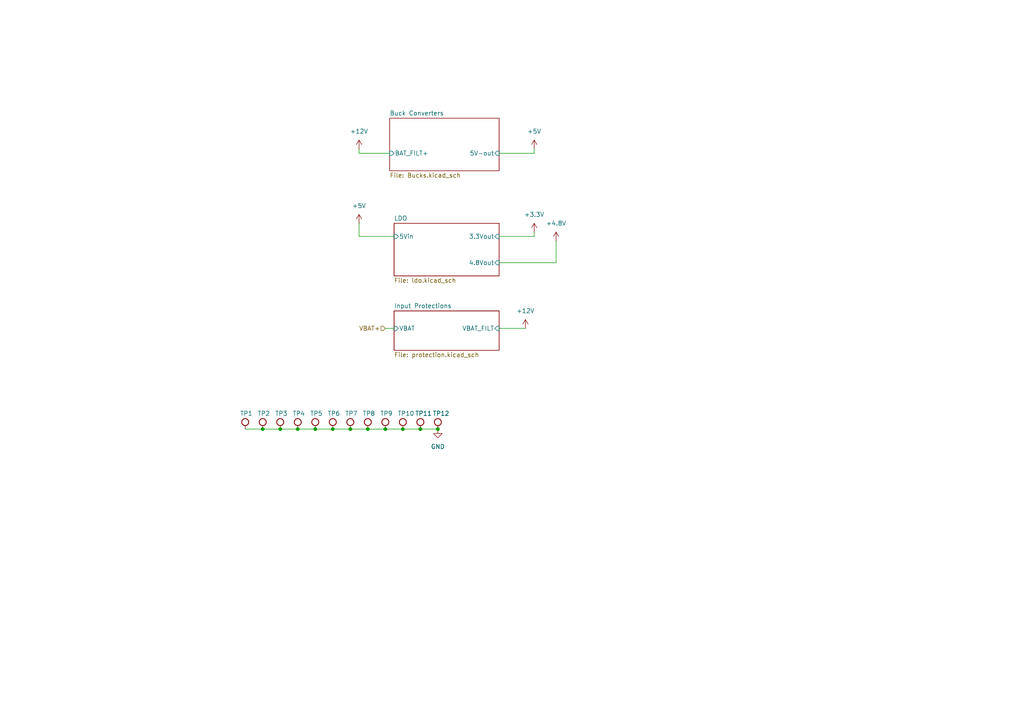
<source format=kicad_sch>
(kicad_sch (version 20250114) (generator "eeschema") (generator_version "9.0")
  (paper "A4")
  (lib_symbols
    (symbol ".Test-Point:RH-5015" (pin_numbers (hide yes)) (pin_names (hide yes))
      (property "Reference" "TP" (at 0 -15.24 0))
      (property "Value" "RH-5015" (at 0 -11.43 0))
      (symbol "RH-5015_1_1"
        (circle (center 0 2.032) (radius 1.016) (stroke (width 0.254)))
        (pin passive line (at 0 0 90) (length 0.9906) (name "1") (number "1"))
      )
    )
    (symbol "power:+12V" (power) (pin_numbers (hide yes)) (pin_names (offset 0) (hide yes))
      (property "Value" "+12V" (at 0 3.556 0))
      (symbol "+12V_0_1"
        (polyline (pts (xy -0.762 1.27) (xy 0 2.54)))
        (polyline (pts (xy 0 2.54) (xy 0.762 1.27)))
        (polyline (pts (xy 0 0) (xy 0 2.54)))
      )
      (symbol "+12V_1_1"
        (pin power_in line (at 0 0 90) (length 0) (name "~") (number "1"))
      )
    )
    (symbol "power:+3.3V" (power) (pin_numbers (hide yes)) (pin_names (offset 0) (hide yes))
      (property "Value" "+3.3V" (at 0 3.556 0))
      (symbol "+3.3V_0_1"
        (polyline (pts (xy -0.762 1.27) (xy 0 2.54)))
        (polyline (pts (xy 0 2.54) (xy 0.762 1.27)))
        (polyline (pts (xy 0 0) (xy 0 2.54)))
      )
      (symbol "+3.3V_1_1"
        (pin power_in line (at 0 0 90) (length 0) (name "~") (number "1"))
      )
    )
    (symbol "power:+4V" (power) (pin_numbers (hide yes)) (pin_names (offset 0) (hide yes))
      (property "Value" "+4V" (at 0 3.556 0))
      (symbol "+4V_0_1"
        (polyline (pts (xy -0.762 1.27) (xy 0 2.54)))
        (polyline (pts (xy 0 2.54) (xy 0.762 1.27)))
        (polyline (pts (xy 0 0) (xy 0 2.54)))
      )
      (symbol "+4V_1_1"
        (pin power_in line (at 0 0 90) (length 0) (name "~") (number "1"))
      )
    )
    (symbol "power:+5V" (power) (pin_numbers (hide yes)) (pin_names (offset 0) (hide yes))
      (property "Value" "+5V" (at 0 3.556 0))
      (symbol "+5V_0_1"
        (polyline (pts (xy -0.762 1.27) (xy 0 2.54)))
        (polyline (pts (xy 0 2.54) (xy 0.762 1.27)))
        (polyline (pts (xy 0 0) (xy 0 2.54)))
      )
      (symbol "+5V_1_1"
        (pin power_in line (at 0 0 90) (length 0) (name "~") (number "1"))
      )
    )
    (symbol "power:GND" (power) (pin_numbers (hide yes)) (pin_names (offset 0) (hide yes))
      (property "Value" "GND" (at 0 -3.81 0))
      (symbol "GND_0_1"
        (polyline (pts (xy 0 0) (xy 0 -1.27) (xy 1.27 -1.27) (xy 0 -2.54) (xy -1.27 -1.27) (xy 0 -1.27)))
      )
      (symbol "GND_1_1"
        (pin power_in line (at 0 0 270) (length 0) (name "~") (number "1"))
      )
    )
  )
  (junction (at 76.2 124.46))
  (junction (at 121.92 124.46))
  (junction (at 111.76 124.46))
  (junction (at 101.6 124.46))
  (junction (at 86.36 124.46))
  (junction (at 91.44 124.46))
  (junction (at 106.68 124.46))
  (junction (at 127 124.46))
  (junction (at 96.52 124.46))
  (junction (at 116.84 124.46))
  (junction (at 81.28 124.46))
  (wire (pts (xy 116.84 124.46) (xy 121.92 124.46)))
  (wire (pts (xy 154.94 44.45) (xy 154.94 43.18)))
  (wire (pts (xy 121.92 124.46) (xy 127 124.46)))
  (wire (pts (xy 106.68 124.46) (xy 111.76 124.46)))
  (wire (pts (xy 144.78 44.45) (xy 154.94 44.45)))
  (wire (pts (xy 144.78 95.25) (xy 152.4 95.25)))
  (wire (pts (xy 96.52 124.46) (xy 101.6 124.46)))
  (wire (pts (xy 104.14 64.77) (xy 104.14 68.58)))
  (wire (pts (xy 101.6 124.46) (xy 106.68 124.46)))
  (wire (pts (xy 154.94 67.31) (xy 154.94 68.58)))
  (wire (pts (xy 161.29 76.2) (xy 161.29 69.85)))
  (wire (pts (xy 81.28 124.46) (xy 86.36 124.46)))
  (wire (pts (xy 111.76 95.25) (xy 114.3 95.25)))
  (wire (pts (xy 91.44 124.46) (xy 96.52 124.46)))
  (wire (pts (xy 104.14 44.45) (xy 113.03 44.45)))
  (wire (pts (xy 76.2 124.46) (xy 81.28 124.46)))
  (wire (pts (xy 71.12 124.46) (xy 76.2 124.46)))
  (wire (pts (xy 144.78 76.2) (xy 161.29 76.2)))
  (wire (pts (xy 154.94 68.58) (xy 144.78 68.58)))
  (wire (pts (xy 111.76 124.46) (xy 116.84 124.46)))
  (wire (pts (xy 104.14 68.58) (xy 114.3 68.58)))
  (wire (pts (xy 86.36 124.46) (xy 91.44 124.46)))
  (wire (pts (xy 104.14 43.18) (xy 104.14 44.45)))
  (hierarchical_label "VBAT+" (shape input) (at 111.76 95.25 180))
  (symbol (lib_id ".Test-Point:RH-5015") (at 81.28 124.46 0) (unit 1)
    (property "Reference" "TP3" (at 79.7568 119.2037 0) (effects (justify left top)))
    (property "Value" "RH-5015" (effects (hide yes)))
    (property "Footprint" "TestPoint:TestPoint_Keystone_5015_Micro_Mini" (effects (hide yes)))
    (property "Datasheet" "https://wmsc.lcsc.com/wmsc/upload/file/pdf/v2/lcsc/2310260935_ronghe-RH-5015_C5199798.pdf" (effects (hide yes)))
    (property "Description" "Surface-mount grabby test point" (effects (hide yes)))
    (property "Link" "https://jlcpcb.com/partdetail/Ronghe-RH5015/C5199798" (effects (hide yes)))
    (property "Digikey P/N" "36-5015CT-ND" (effects (hide yes)))
    (property "Mouser P/N" "534-5015" (effects (hide yes)))
    (property "LCSC P/N" "C5199798" (effects (hide yes)))
    (property "Manufacturer" "Ronghe" (effects (hide yes)))
    (property "Manufacturer P/N" "RH-5015" (effects (hide yes)))
    (property "LCSC Part #" "C5199798" (effects (hide yes)))
  )
  (symbol (lib_id ".Test-Point:RH-5015") (at 91.44 124.46 0) (unit 1)
    (property "Reference" "TP5" (at 89.9168 119.2037 0) (effects (justify left top)))
    (property "Value" "RH-5015" (effects (hide yes)))
    (property "Footprint" "TestPoint:TestPoint_Keystone_5015_Micro_Mini" (effects (hide yes)))
    (property "Datasheet" "https://wmsc.lcsc.com/wmsc/upload/file/pdf/v2/lcsc/2310260935_ronghe-RH-5015_C5199798.pdf" (effects (hide yes)))
    (property "Description" "Surface-mount grabby test point" (effects (hide yes)))
    (property "Link" "https://jlcpcb.com/partdetail/Ronghe-RH5015/C5199798" (effects (hide yes)))
    (property "Digikey P/N" "36-5015CT-ND" (effects (hide yes)))
    (property "Mouser P/N" "534-5015" (effects (hide yes)))
    (property "LCSC P/N" "C5199798" (effects (hide yes)))
    (property "Manufacturer" "Ronghe" (effects (hide yes)))
    (property "Manufacturer P/N" "RH-5015" (effects (hide yes)))
    (property "LCSC Part #" "C5199798" (effects (hide yes)))
  )
  (symbol (lib_id "power:GND") (at 127 124.46 0) (unit 1)
    (property "Reference" "#PWR06" (effects (hide yes)))
    (property "Value" "GND" (at 127 129.54 0))
    (property "Description" "Power symbol creates a global label with name \"GND\" , ground" (effects (hide yes)))
  )
  (symbol (lib_id "power:+5V") (at 104.14 64.77 0) (unit 1)
    (property "Reference" "#PWR05" (effects (hide yes)))
    (property "Value" "+5V" (at 104.14 59.69 0))
    (property "Description" "Power symbol creates a global label with name \"+5V\"" (effects (hide yes)))
  )
  (symbol (lib_id ".Test-Point:RH-5015") (at 116.84 124.46 0) (unit 1)
    (property "Reference" "TP10" (at 115.3168 119.2037 0) (effects (justify left top)))
    (property "Value" "RH-5015" (effects (hide yes)))
    (property "Footprint" "TestPoint:TestPoint_Keystone_5015_Micro_Mini" (effects (hide yes)))
    (property "Datasheet" "https://wmsc.lcsc.com/wmsc/upload/file/pdf/v2/lcsc/2310260935_ronghe-RH-5015_C5199798.pdf" (effects (hide yes)))
    (property "Description" "Surface-mount grabby test point" (effects (hide yes)))
    (property "Link" "https://jlcpcb.com/partdetail/Ronghe-RH5015/C5199798" (effects (hide yes)))
    (property "Digikey P/N" "36-5015CT-ND" (effects (hide yes)))
    (property "Mouser P/N" "534-5015" (effects (hide yes)))
    (property "LCSC P/N" "C5199798" (effects (hide yes)))
    (property "Manufacturer" "Ronghe" (effects (hide yes)))
    (property "Manufacturer P/N" "RH-5015" (effects (hide yes)))
    (property "LCSC Part #" "C5199798" (effects (hide yes)))
  )
  (symbol (lib_id ".Test-Point:RH-5015") (at 121.92 124.46 0) (unit 1)
    (property "Reference" "TP11" (at 120.3968 119.2037 0) (effects (justify left top)))
    (property "Value" "RH-5015" (effects (hide yes)))
    (property "Footprint" "TestPoint:TestPoint_Keystone_5015_Micro_Mini" (effects (hide yes)))
    (property "Datasheet" "https://wmsc.lcsc.com/wmsc/upload/file/pdf/v2/lcsc/2310260935_ronghe-RH-5015_C5199798.pdf" (effects (hide yes)))
    (property "Description" "Surface-mount grabby test point" (effects (hide yes)))
    (property "Link" "https://jlcpcb.com/partdetail/Ronghe-RH5015/C5199798" (effects (hide yes)))
    (property "Digikey P/N" "36-5015CT-ND" (effects (hide yes)))
    (property "Mouser P/N" "534-5015" (effects (hide yes)))
    (property "LCSC P/N" "C5199798" (effects (hide yes)))
    (property "Manufacturer" "Ronghe" (effects (hide yes)))
    (property "Manufacturer P/N" "RH-5015" (effects (hide yes)))
    (property "LCSC Part #" "C5199798" (effects (hide yes)))
  )
  (symbol (lib_id ".Test-Point:RH-5015") (at 127 124.46 0) (unit 1)
    (property "Reference" "TP12" (at 125.4768 119.2037 0) (effects (justify left top)))
    (property "Value" "RH-5015" (effects (hide yes)))
    (property "Footprint" "TestPoint:TestPoint_Keystone_5015_Micro_Mini" (effects (hide yes)))
    (property "Datasheet" "https://wmsc.lcsc.com/wmsc/upload/file/pdf/v2/lcsc/2310260935_ronghe-RH-5015_C5199798.pdf" (effects (hide yes)))
    (property "Description" "Surface-mount grabby test point" (effects (hide yes)))
    (property "Link" "https://jlcpcb.com/partdetail/Ronghe-RH5015/C5199798" (effects (hide yes)))
    (property "Digikey P/N" "36-5015CT-ND" (effects (hide yes)))
    (property "Mouser P/N" "534-5015" (effects (hide yes)))
    (property "LCSC P/N" "C5199798" (effects (hide yes)))
    (property "Manufacturer" "Ronghe" (effects (hide yes)))
    (property "Manufacturer P/N" "RH-5015" (effects (hide yes)))
    (property "LCSC Part #" "C5199798" (effects (hide yes)))
  )
  (symbol (lib_id ".Test-Point:RH-5015") (at 101.6 124.46 0) (unit 1)
    (property "Reference" "TP7" (at 100.0768 119.2037 0) (effects (justify left top)))
    (property "Value" "RH-5015" (effects (hide yes)))
    (property "Footprint" "TestPoint:TestPoint_Keystone_5015_Micro_Mini" (effects (hide yes)))
    (property "Datasheet" "https://wmsc.lcsc.com/wmsc/upload/file/pdf/v2/lcsc/2310260935_ronghe-RH-5015_C5199798.pdf" (effects (hide yes)))
    (property "Description" "Surface-mount grabby test point" (effects (hide yes)))
    (property "Link" "https://jlcpcb.com/partdetail/Ronghe-RH5015/C5199798" (effects (hide yes)))
    (property "Digikey P/N" "36-5015CT-ND" (effects (hide yes)))
    (property "Mouser P/N" "534-5015" (effects (hide yes)))
    (property "LCSC P/N" "C5199798" (effects (hide yes)))
    (property "Manufacturer" "Ronghe" (effects (hide yes)))
    (property "Manufacturer P/N" "RH-5015" (effects (hide yes)))
    (property "LCSC Part #" "C5199798" (effects (hide yes)))
  )
  (symbol (lib_id ".Test-Point:RH-5015") (at 86.36 124.46 0) (unit 1)
    (property "Reference" "TP4" (at 84.8368 119.2037 0) (effects (justify left top)))
    (property "Value" "RH-5015" (effects (hide yes)))
    (property "Footprint" "TestPoint:TestPoint_Keystone_5015_Micro_Mini" (effects (hide yes)))
    (property "Datasheet" "https://wmsc.lcsc.com/wmsc/upload/file/pdf/v2/lcsc/2310260935_ronghe-RH-5015_C5199798.pdf" (effects (hide yes)))
    (property "Description" "Surface-mount grabby test point" (effects (hide yes)))
    (property "Link" "https://jlcpcb.com/partdetail/Ronghe-RH5015/C5199798" (effects (hide yes)))
    (property "Digikey P/N" "36-5015CT-ND" (effects (hide yes)))
    (property "Mouser P/N" "534-5015" (effects (hide yes)))
    (property "LCSC P/N" "C5199798" (effects (hide yes)))
    (property "Manufacturer" "Ronghe" (effects (hide yes)))
    (property "Manufacturer P/N" "RH-5015" (effects (hide yes)))
    (property "LCSC Part #" "C5199798" (effects (hide yes)))
  )
  (symbol (lib_id ".Test-Point:RH-5015") (at 71.12 124.46 0) (unit 1)
    (property "Reference" "TP1" (at 69.5968 119.2037 0) (effects (justify left top)))
    (property "Value" "RH-5015" (effects (hide yes)))
    (property "Footprint" "TestPoint:TestPoint_Keystone_5015_Micro_Mini" (effects (hide yes)))
    (property "Datasheet" "https://wmsc.lcsc.com/wmsc/upload/file/pdf/v2/lcsc/2310260935_ronghe-RH-5015_C5199798.pdf" (effects (hide yes)))
    (property "Description" "Surface-mount grabby test point" (effects (hide yes)))
    (property "Link" "https://jlcpcb.com/partdetail/Ronghe-RH5015/C5199798" (effects (hide yes)))
    (property "Digikey P/N" "36-5015CT-ND" (effects (hide yes)))
    (property "Mouser P/N" "534-5015" (effects (hide yes)))
    (property "LCSC P/N" "C5199798" (effects (hide yes)))
    (property "Manufacturer" "Ronghe" (effects (hide yes)))
    (property "Manufacturer P/N" "RH-5015" (effects (hide yes)))
    (property "LCSC Part #" "C5199798" (effects (hide yes)))
  )
  (symbol (lib_id "power:+4V") (at 161.29 69.85 0) (unit 1)
    (property "Reference" "#PWR010" (effects (hide yes)))
    (property "Value" "+4.8V" (at 161.29 64.77 0))
    (property "Description" "Power symbol creates a global label with name \"+4V\"" (effects (hide yes)))
  )
  (symbol (lib_id "power:+12V") (at 152.4 95.25 0) (unit 1)
    (property "Reference" "#PWR07" (effects (hide yes)))
    (property "Value" "+12V" (at 152.4 90.17 0))
    (property "Description" "Power symbol creates a global label with name \"+12V\"" (effects (hide yes)))
  )
  (symbol (lib_id "power:+12V") (at 104.14 43.18 0) (unit 1)
    (property "Reference" "#PWR04" (effects (hide yes)))
    (property "Value" "+12V" (at 104.14 38.1 0))
    (property "Description" "Power symbol creates a global label with name \"+12V\"" (effects (hide yes)))
  )
  (symbol (lib_id "power:+5V") (at 154.94 43.18 0) (unit 1)
    (property "Reference" "#PWR08" (effects (hide yes)))
    (property "Value" "+5V" (at 154.94 38.1 0))
    (property "Description" "Power symbol creates a global label with name \"+5V\"" (effects (hide yes)))
  )
  (symbol (lib_id ".Test-Point:RH-5015") (at 76.2 124.46 0) (unit 1)
    (property "Reference" "TP2" (at 74.6768 119.2037 0) (effects (justify left top)))
    (property "Value" "RH-5015" (effects (hide yes)))
    (property "Footprint" "TestPoint:TestPoint_Keystone_5015_Micro_Mini" (effects (hide yes)))
    (property "Datasheet" "https://wmsc.lcsc.com/wmsc/upload/file/pdf/v2/lcsc/2310260935_ronghe-RH-5015_C5199798.pdf" (effects (hide yes)))
    (property "Description" "Surface-mount grabby test point" (effects (hide yes)))
    (property "Link" "https://jlcpcb.com/partdetail/Ronghe-RH5015/C5199798" (effects (hide yes)))
    (property "Digikey P/N" "36-5015CT-ND" (effects (hide yes)))
    (property "Mouser P/N" "534-5015" (effects (hide yes)))
    (property "LCSC P/N" "C5199798" (effects (hide yes)))
    (property "Manufacturer" "Ronghe" (effects (hide yes)))
    (property "Manufacturer P/N" "RH-5015" (effects (hide yes)))
    (property "LCSC Part #" "C5199798" (effects (hide yes)))
  )
  (symbol (lib_id ".Test-Point:RH-5015") (at 111.76 124.46 0) (unit 1)
    (property "Reference" "TP9" (at 110.2368 119.2037 0) (effects (justify left top)))
    (property "Value" "RH-5015" (effects (hide yes)))
    (property "Footprint" "TestPoint:TestPoint_Keystone_5015_Micro_Mini" (effects (hide yes)))
    (property "Datasheet" "https://wmsc.lcsc.com/wmsc/upload/file/pdf/v2/lcsc/2310260935_ronghe-RH-5015_C5199798.pdf" (effects (hide yes)))
    (property "Description" "Surface-mount grabby test point" (effects (hide yes)))
    (property "Link" "https://jlcpcb.com/partdetail/Ronghe-RH5015/C5199798" (effects (hide yes)))
    (property "Digikey P/N" "36-5015CT-ND" (effects (hide yes)))
    (property "Mouser P/N" "534-5015" (effects (hide yes)))
    (property "LCSC P/N" "C5199798" (effects (hide yes)))
    (property "Manufacturer" "Ronghe" (effects (hide yes)))
    (property "Manufacturer P/N" "RH-5015" (effects (hide yes)))
    (property "LCSC Part #" "C5199798" (effects (hide yes)))
  )
  (symbol (lib_id ".Test-Point:RH-5015") (at 96.52 124.46 0) (unit 1)
    (property "Reference" "TP6" (at 94.9968 119.2037 0) (effects (justify left top)))
    (property "Value" "RH-5015" (effects (hide yes)))
    (property "Footprint" "TestPoint:TestPoint_Keystone_5015_Micro_Mini" (effects (hide yes)))
    (property "Datasheet" "https://wmsc.lcsc.com/wmsc/upload/file/pdf/v2/lcsc/2310260935_ronghe-RH-5015_C5199798.pdf" (effects (hide yes)))
    (property "Description" "Surface-mount grabby test point" (effects (hide yes)))
    (property "Link" "https://jlcpcb.com/partdetail/Ronghe-RH5015/C5199798" (effects (hide yes)))
    (property "Digikey P/N" "36-5015CT-ND" (effects (hide yes)))
    (property "Mouser P/N" "534-5015" (effects (hide yes)))
    (property "LCSC P/N" "C5199798" (effects (hide yes)))
    (property "Manufacturer" "Ronghe" (effects (hide yes)))
    (property "Manufacturer P/N" "RH-5015" (effects (hide yes)))
    (property "LCSC Part #" "C5199798" (effects (hide yes)))
  )
  (symbol (lib_id ".Test-Point:RH-5015") (at 106.68 124.46 0) (unit 1)
    (property "Reference" "TP8" (at 105.1568 119.2037 0) (effects (justify left top)))
    (property "Value" "RH-5015" (effects (hide yes)))
    (property "Footprint" "TestPoint:TestPoint_Keystone_5015_Micro_Mini" (effects (hide yes)))
    (property "Datasheet" "https://wmsc.lcsc.com/wmsc/upload/file/pdf/v2/lcsc/2310260935_ronghe-RH-5015_C5199798.pdf" (effects (hide yes)))
    (property "Description" "Surface-mount grabby test point" (effects (hide yes)))
    (property "Link" "https://jlcpcb.com/partdetail/Ronghe-RH5015/C5199798" (effects (hide yes)))
    (property "Digikey P/N" "36-5015CT-ND" (effects (hide yes)))
    (property "Mouser P/N" "534-5015" (effects (hide yes)))
    (property "LCSC P/N" "C5199798" (effects (hide yes)))
    (property "Manufacturer" "Ronghe" (effects (hide yes)))
    (property "Manufacturer P/N" "RH-5015" (effects (hide yes)))
    (property "LCSC Part #" "C5199798" (effects (hide yes)))
  )
  (symbol (lib_id "power:+3.3V") (at 154.94 67.31 0) (unit 1)
    (property "Reference" "#PWR09" (effects (hide yes)))
    (property "Value" "+3.3V" (at 154.94 62.23 0))
    (property "Description" "Power symbol creates a global label with name \"+3.3V\"" (effects (hide yes)))
  )
  (sheet (at 114.3 64.77) (size 30.48 15.24) (stroke (width 0.1524))
    (property "Sheetname" "LDO" (at 114.3 64.0584 0) (effects (justify left bottom)))
    (property "Sheetfile" "ldo.kicad_sch" (at 114.3 80.5946 0) (effects (justify left top)))
    (pin "3.3Vout" input (at 144.78 68.58 0))
    (pin "5Vin" input (at 114.3 68.58 180))
    (pin "4.8Vout" input (at 144.78 76.2 0))
  )
  (sheet (at 113.03 34.29) (size 31.75 15.24) (stroke (width 0.1524))
    (property "Sheetname" "Buck Converters" (at 113.03 33.5784 0) (effects (justify left bottom)))
    (property "Sheetfile" "Bucks.kicad_sch" (at 113.03 50.1146 0) (effects (justify left top)))
    (pin "5V-out" input (at 144.78 44.45 0))
    (pin "BAT_FILT+" input (at 113.03 44.45 180))
  )
  (sheet (at 114.3 90.17) (size 30.48 11.43) (stroke (width 0.1524))
    (property "Sheetname" "Input Protections" (at 114.3 89.4584 0) (effects (justify left bottom)))
    (property "Sheetfile" "protection.kicad_sch" (at 114.3 102.1846 0) (effects (justify left top)))
    (pin "VBAT" input (at 114.3 95.25 180))
    (pin "VBAT_FILT" input (at 144.78 95.25 0))
  )
)
</source>
